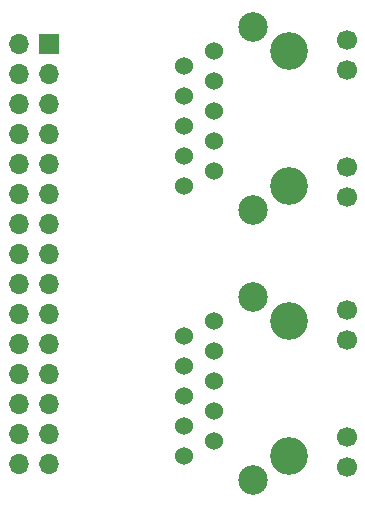
<source format=gbs>
%TF.GenerationSoftware,KiCad,Pcbnew,6.0.0*%
%TF.CreationDate,2022-01-23T14:05:38+02:00*%
%TF.ProjectId,colorlight-i5-ethernet,636f6c6f-726c-4696-9768-742d69352d65,rev?*%
%TF.SameCoordinates,Original*%
%TF.FileFunction,Soldermask,Bot*%
%TF.FilePolarity,Negative*%
%FSLAX46Y46*%
G04 Gerber Fmt 4.6, Leading zero omitted, Abs format (unit mm)*
G04 Created by KiCad (PCBNEW 6.0.0) date 2022-01-23 14:05:38*
%MOMM*%
%LPD*%
G01*
G04 APERTURE LIST*
%ADD10C,2.500000*%
%ADD11C,3.200000*%
%ADD12C,1.700000*%
%ADD13C,1.524000*%
%ADD14R,1.700000X1.700000*%
%ADD15O,1.700000X1.700000*%
G04 APERTURE END LIST*
D10*
%TO.C,J2*%
X52830000Y-24000000D03*
X52830000Y-39500000D03*
D11*
X55880000Y-26035000D03*
X55880000Y-37465000D03*
D12*
X60780000Y-25120000D03*
X60780000Y-27660000D03*
X60780000Y-35840000D03*
X60780000Y-38380000D03*
D13*
X49530000Y-26035000D03*
X46990000Y-27305000D03*
X49530000Y-28575000D03*
X46990000Y-29845000D03*
X49530000Y-31115000D03*
X46990000Y-32385000D03*
X49530000Y-33655000D03*
X46990000Y-34925000D03*
X49530000Y-36195000D03*
X46990000Y-37465000D03*
%TD*%
D10*
%TO.C,J3*%
X52830000Y-46860000D03*
X52830000Y-62360000D03*
D11*
X55880000Y-48895000D03*
X55880000Y-60325000D03*
D12*
X60780000Y-47980000D03*
X60780000Y-50520000D03*
X60780000Y-58700000D03*
X60780000Y-61240000D03*
D13*
X49530000Y-48895000D03*
X46990000Y-50165000D03*
X49530000Y-51435000D03*
X46990000Y-52705000D03*
X49530000Y-53975000D03*
X46990000Y-55245000D03*
X49530000Y-56515000D03*
X46990000Y-57785000D03*
X49530000Y-59055000D03*
X46990000Y-60325000D03*
%TD*%
D14*
%TO.C,J1*%
X35560000Y-25400000D03*
D15*
X33020000Y-25400000D03*
X35560000Y-27940000D03*
X33020000Y-27940000D03*
X35560000Y-30480000D03*
X33020000Y-30480000D03*
X35560000Y-33020000D03*
X33020000Y-33020000D03*
X35560000Y-35560000D03*
X33020000Y-35560000D03*
X35560000Y-38100000D03*
X33020000Y-38100000D03*
X35560000Y-40640000D03*
X33020000Y-40640000D03*
X35560000Y-43180000D03*
X33020000Y-43180000D03*
X35560000Y-45720000D03*
X33020000Y-45720000D03*
X35560000Y-48260000D03*
X33020000Y-48260000D03*
X35560000Y-50800000D03*
X33020000Y-50800000D03*
X35560000Y-53340000D03*
X33020000Y-53340000D03*
X35560000Y-55880000D03*
X33020000Y-55880000D03*
X35560000Y-58420000D03*
X33020000Y-58420000D03*
X35560000Y-60960000D03*
X33020000Y-60960000D03*
%TD*%
M02*

</source>
